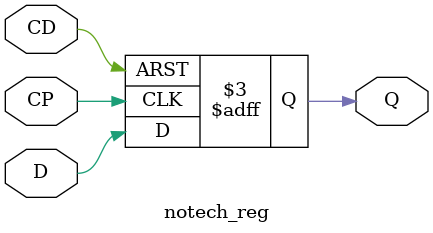
<source format=v>
module notech_reg (CP,CD,D,Q);
input CP,CD,D;
output reg Q;
always @(posedge CP or negedge CD) if (CD==0) Q <= 0; else Q<=D;
endmodule

</source>
